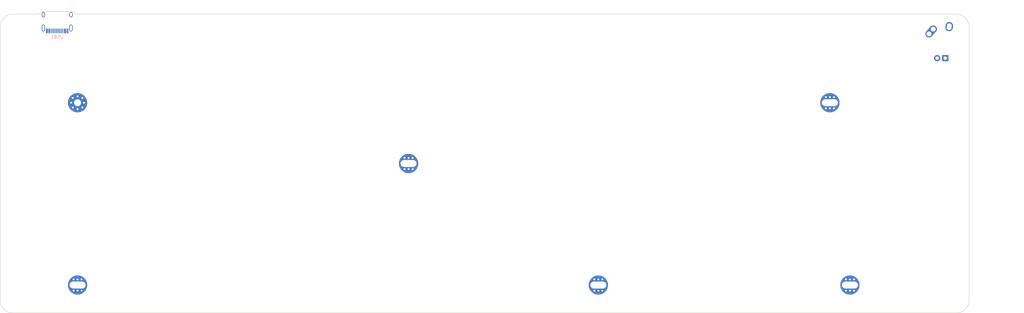
<source format=kicad_pcb>
(kicad_pcb (version 20171130) (host pcbnew "(5.1.4)-1")

  (general
    (thickness 1.6)
    (drawings 22)
    (tracks 0)
    (zones 0)
    (modules 8)
    (nets 13)
  )

  (page A3)
  (layers
    (0 F.Cu signal)
    (31 B.Cu signal)
    (32 B.Adhes user)
    (33 F.Adhes user)
    (34 B.Paste user)
    (35 F.Paste user)
    (36 B.SilkS user)
    (37 F.SilkS user)
    (38 B.Mask user)
    (39 F.Mask user)
    (40 Dwgs.User user)
    (41 Cmts.User user)
    (42 Eco1.User user)
    (43 Eco2.User user)
    (44 Edge.Cuts user)
    (45 Margin user)
    (46 B.CrtYd user)
    (47 F.CrtYd user)
    (48 B.Fab user)
    (49 F.Fab user)
  )

  (setup
    (last_trace_width 0.254)
    (trace_clearance 0.1524)
    (zone_clearance 0.3556)
    (zone_45_only no)
    (trace_min 0.2)
    (via_size 0.6)
    (via_drill 0.4)
    (via_min_size 0.4)
    (via_min_drill 0.3)
    (uvia_size 0.3)
    (uvia_drill 0.1)
    (uvias_allowed no)
    (uvia_min_size 0.2)
    (uvia_min_drill 0.1)
    (edge_width 0.15)
    (segment_width 0.15)
    (pcb_text_width 0.3)
    (pcb_text_size 1.5 1.5)
    (mod_edge_width 0.15)
    (mod_text_size 1 1)
    (mod_text_width 0.15)
    (pad_size 4.4 4.4)
    (pad_drill 2.2)
    (pad_to_mask_clearance 0.2)
    (aux_axis_origin 0 0)
    (visible_elements 7FFFFFFF)
    (pcbplotparams
      (layerselection 0x310fc_80000001)
      (usegerberextensions false)
      (usegerberattributes false)
      (usegerberadvancedattributes false)
      (creategerberjobfile false)
      (excludeedgelayer true)
      (linewidth 0.100000)
      (plotframeref false)
      (viasonmask false)
      (mode 1)
      (useauxorigin false)
      (hpglpennumber 1)
      (hpglpenspeed 20)
      (hpglpendiameter 15.000000)
      (psnegative false)
      (psa4output false)
      (plotreference true)
      (plotvalue true)
      (plotinvisibletext false)
      (padsonsilk false)
      (subtractmaskfromsilk false)
      (outputformat 3)
      (mirror false)
      (drillshape 0)
      (scaleselection 1)
      (outputdirectory "DXF"))
  )

  (net 0 "")
  (net 1 GND)
  (net 2 VCC)
  (net 3 D-)
  (net 4 D+)
  (net 5 "Net-(R6-Pad2)")
  (net 6 "Net-(R7-Pad1)")
  (net 7 "Net-(USB1-Pad3)")
  (net 8 LED-SW5)
  (net 9 "Net-(D42-Pad2)")
  (net 10 COL15)
  (net 11 LED-CS16)
  (net 12 "Net-(USB1-Pad9)")

  (net_class Default "This is the default net class."
    (clearance 0.1524)
    (trace_width 0.254)
    (via_dia 0.6)
    (via_drill 0.4)
    (uvia_dia 0.3)
    (uvia_drill 0.1)
    (add_net COL15)
    (add_net D+)
    (add_net D-)
    (add_net LED-CS16)
    (add_net LED-SW5)
    (add_net "Net-(D42-Pad2)")
    (add_net "Net-(R6-Pad2)")
    (add_net "Net-(R7-Pad1)")
    (add_net "Net-(USB1-Pad3)")
    (add_net "Net-(USB1-Pad9)")
  )

  (net_class Power ""
    (clearance 0.1524)
    (trace_width 0.381)
    (via_dia 0.6)
    (via_drill 0.4)
    (uvia_dia 0.3)
    (uvia_drill 0.1)
    (add_net GND)
    (add_net VCC)
  )

  (module MX_Alps_Hybrid:MX-1U (layer F.Cu) (tedit 5A9F3A9A) (tstamp 5ACD9C9C)
    (at 342.9 57.15)
    (path /5A6412FB/5ACDD648)
    (fp_text reference K_EX1 (at 0 3.175) (layer Dwgs.User)
      (effects (font (size 1 1) (thickness 0.15)))
    )
    (fp_text value MX-1U (at 0 -7.9375) (layer Dwgs.User)
      (effects (font (size 1 1) (thickness 0.15)))
    )
    (fp_line (start 5 -7) (end 7 -7) (layer Dwgs.User) (width 0.15))
    (fp_line (start 7 -7) (end 7 -5) (layer Dwgs.User) (width 0.15))
    (fp_line (start 5 7) (end 7 7) (layer Dwgs.User) (width 0.15))
    (fp_line (start 7 7) (end 7 5) (layer Dwgs.User) (width 0.15))
    (fp_line (start -7 5) (end -7 7) (layer Dwgs.User) (width 0.15))
    (fp_line (start -7 7) (end -5 7) (layer Dwgs.User) (width 0.15))
    (fp_line (start -5 -7) (end -7 -7) (layer Dwgs.User) (width 0.15))
    (fp_line (start -7 -7) (end -7 -5) (layer Dwgs.User) (width 0.15))
    (fp_line (start -9.525 -9.525) (end 9.525 -9.525) (layer Dwgs.User) (width 0.15))
    (fp_line (start 9.525 -9.525) (end 9.525 9.525) (layer Dwgs.User) (width 0.15))
    (fp_line (start 9.525 9.525) (end -9.525 9.525) (layer Dwgs.User) (width 0.15))
    (fp_line (start -9.525 9.525) (end -9.525 -9.525) (layer Dwgs.User) (width 0.15))
    (pad 2 thru_hole oval (at 2.5 -4.5 86.0548) (size 2.831378 2.25) (drill 1.47 (offset 0.290689 0)) (layers *.Cu B.Mask)
      (net 9 "Net-(D42-Pad2)"))
    (pad 2 thru_hole circle (at 2.54 -5.08) (size 2.25 2.25) (drill 1.47) (layers *.Cu B.Mask)
      (net 9 "Net-(D42-Pad2)"))
    (pad 1 thru_hole oval (at -3.81 -2.54 48.0996) (size 4.211556 2.25) (drill 1.47 (offset 0.980778 0)) (layers *.Cu B.Mask)
      (net 10 COL15))
    (pad "" np_thru_hole circle (at 0 0) (size 3.9878 3.9878) (drill 3.9878) (layers *.Cu *.Mask))
    (pad 1 thru_hole circle (at -2.5 -4) (size 2.25 2.25) (drill 1.47) (layers *.Cu B.Mask)
      (net 10 COL15))
    (pad 3 thru_hole circle (at -1.27 5.08) (size 1.905 1.905) (drill 1.04) (layers *.Cu B.Mask)
      (net 11 LED-CS16))
    (pad 4 thru_hole rect (at 1.27 5.08) (size 1.905 1.905) (drill 1.04) (layers *.Cu B.Mask)
      (net 8 LED-SW5))
    (pad "" np_thru_hole circle (at -5.08 0 48.0996) (size 1.75 1.75) (drill 1.75) (layers *.Cu *.Mask))
    (pad "" np_thru_hole circle (at 5.08 0 48.0996) (size 1.75 1.75) (drill 1.75) (layers *.Cu *.Mask))
  )

  (module locallib:mounting locked (layer F.Cu) (tedit 5AD6F78B) (tstamp 5AD6F7DD)
    (at 72.6225 133.34)
    (fp_text reference REF** (at 0 5) (layer Dwgs.User)
      (effects (font (size 1 1) (thickness 0.15)))
    )
    (fp_text value mounting (at 0 -5) (layer Dwgs.User)
      (effects (font (size 1 1) (thickness 0.15)))
    )
    (pad 1 thru_hole circle (at 0 0) (size 6 6) (drill oval 5 2.2) (layers *.Cu *.Mask))
    (pad 1 thru_hole circle (at 0 -1.75) (size 1 1) (drill 0.6) (layers *.Cu *.Mask))
    (pad 1 thru_hole circle (at 1.25 -1.75) (size 1 1) (drill 0.6) (layers *.Cu *.Mask))
    (pad 1 thru_hole circle (at -1.25 -1.75) (size 1 1) (drill 0.6) (layers *.Cu *.Mask))
    (pad 1 thru_hole circle (at 0 1.75) (size 1 1) (drill 0.6) (layers *.Cu *.Mask))
    (pad 1 thru_hole circle (at 1.25 1.75) (size 1 1) (drill 0.6) (layers *.Cu *.Mask))
    (pad 1 thru_hole circle (at -1.25 1.75) (size 1 1) (drill 0.6) (layers *.Cu *.Mask))
  )

  (module locallib:mounting-circular locked (layer F.Cu) (tedit 5AD6F75A) (tstamp 5AD6F5BE)
    (at 72.6225 76.2)
    (fp_text reference REF** (at 0 5) (layer Dwgs.User)
      (effects (font (size 1 1) (thickness 0.15)))
    )
    (fp_text value mounting-circular (at 0 -5) (layer Dwgs.User)
      (effects (font (size 1 1) (thickness 0.15)))
    )
    (pad 1 thru_hole circle (at 0 0) (size 6 6) (drill oval 2.2) (layers *.Cu *.Mask))
    (pad 1 thru_hole circle (at 0 -2) (size 1 1) (drill 0.6) (layers *.Cu *.Mask))
    (pad 1 thru_hole circle (at 1.5 -1.5) (size 1 1) (drill 0.6) (layers *.Cu *.Mask))
    (pad 1 thru_hole circle (at -1.5 -1.5) (size 1 1) (drill 0.6) (layers *.Cu *.Mask))
    (pad 1 thru_hole circle (at 0 2) (size 1 1) (drill 0.6) (layers *.Cu *.Mask))
    (pad 1 thru_hole circle (at 1.5 1.5) (size 1 1) (drill 0.6) (layers *.Cu *.Mask))
    (pad 1 thru_hole circle (at -1.5 1.5) (size 1 1) (drill 0.6) (layers *.Cu *.Mask))
    (pad 1 thru_hole circle (at 2 0) (size 1 1) (drill 0.6) (layers *.Cu *.Mask))
    (pad 1 thru_hole circle (at -2 0) (size 1 1) (drill 0.6) (layers *.Cu *.Mask))
  )

  (module locallib:mounting locked (layer F.Cu) (tedit 5AD6F78B) (tstamp 5ACEFFF7)
    (at 176.2125 95.25)
    (fp_text reference REF** (at 0 5) (layer Dwgs.User)
      (effects (font (size 1 1) (thickness 0.15)))
    )
    (fp_text value MountingHole_2.2mm_M2_Pad_Via (at 0 -5) (layer Dwgs.User)
      (effects (font (size 1 1) (thickness 0.15)))
    )
    (pad 1 thru_hole circle (at 0 0) (size 6 6) (drill oval 5 2.2) (layers *.Cu *.Mask))
    (pad 1 thru_hole circle (at 0 -1.75) (size 1 1) (drill 0.6) (layers *.Cu *.Mask))
    (pad 1 thru_hole circle (at 1.25 -1.75) (size 1 1) (drill 0.6) (layers *.Cu *.Mask))
    (pad 1 thru_hole circle (at -1.25 -1.75) (size 1 1) (drill 0.6) (layers *.Cu *.Mask))
    (pad 1 thru_hole circle (at 0 1.75) (size 1 1) (drill 0.6) (layers *.Cu *.Mask))
    (pad 1 thru_hole circle (at 1.25 1.75) (size 1 1) (drill 0.6) (layers *.Cu *.Mask))
    (pad 1 thru_hole circle (at -1.25 1.75) (size 1 1) (drill 0.6) (layers *.Cu *.Mask))
  )

  (module locallib:mounting locked (layer F.Cu) (tedit 5AD6F78B) (tstamp 5AD6EC6E)
    (at 235.6025 133.35)
    (fp_text reference REF** (at 0 5) (layer Dwgs.User)
      (effects (font (size 1 1) (thickness 0.15)))
    )
    (fp_text value MountingHole_2.2mm_M2_Pad_Via (at 0 -5) (layer Dwgs.User)
      (effects (font (size 1 1) (thickness 0.15)))
    )
    (pad 1 thru_hole circle (at 0 0) (size 6 6) (drill oval 5 2.2) (layers *.Cu *.Mask))
    (pad 1 thru_hole circle (at 0 -1.75) (size 1 1) (drill 0.6) (layers *.Cu *.Mask))
    (pad 1 thru_hole circle (at 1.25 -1.75) (size 1 1) (drill 0.6) (layers *.Cu *.Mask))
    (pad 1 thru_hole circle (at -1.25 -1.75) (size 1 1) (drill 0.6) (layers *.Cu *.Mask))
    (pad 1 thru_hole circle (at 0 1.75) (size 1 1) (drill 0.6) (layers *.Cu *.Mask))
    (pad 1 thru_hole circle (at 1.25 1.75) (size 1 1) (drill 0.6) (layers *.Cu *.Mask))
    (pad 1 thru_hole circle (at -1.25 1.75) (size 1 1) (drill 0.6) (layers *.Cu *.Mask))
  )

  (module locallib:mounting locked (layer F.Cu) (tedit 5AD6F78B) (tstamp 5AD6ED6B)
    (at 314.3425 133.35)
    (fp_text reference REF** (at 0 5) (layer Dwgs.User)
      (effects (font (size 1 1) (thickness 0.15)))
    )
    (fp_text value MountingHole_2.2mm_M2_Pad_Via (at 0 -5) (layer Dwgs.User)
      (effects (font (size 1 1) (thickness 0.15)))
    )
    (pad 1 thru_hole circle (at 0 0) (size 6 6) (drill oval 5 2.2) (layers *.Cu *.Mask))
    (pad 1 thru_hole circle (at 0 -1.75) (size 1 1) (drill 0.6) (layers *.Cu *.Mask))
    (pad 1 thru_hole circle (at 1.25 -1.75) (size 1 1) (drill 0.6) (layers *.Cu *.Mask))
    (pad 1 thru_hole circle (at -1.25 -1.75) (size 1 1) (drill 0.6) (layers *.Cu *.Mask))
    (pad 1 thru_hole circle (at 0 1.75) (size 1 1) (drill 0.6) (layers *.Cu *.Mask))
    (pad 1 thru_hole circle (at 1.25 1.75) (size 1 1) (drill 0.6) (layers *.Cu *.Mask))
    (pad 1 thru_hole circle (at -1.25 1.75) (size 1 1) (drill 0.6) (layers *.Cu *.Mask))
  )

  (module locallib:mounting locked (layer F.Cu) (tedit 5AD6F78B) (tstamp 5ACEFFA7)
    (at 308.0725 76.2)
    (fp_text reference REF** (at 0 5) (layer Dwgs.User)
      (effects (font (size 1 1) (thickness 0.15)))
    )
    (fp_text value MountingHole_2.2mm_M2_Pad_Via (at 0 -5) (layer Dwgs.User)
      (effects (font (size 1 1) (thickness 0.15)))
    )
    (pad 1 thru_hole circle (at 0 0) (size 6 6) (drill oval 5 2.2) (layers *.Cu *.Mask))
    (pad 1 thru_hole circle (at 0 -1.75) (size 1 1) (drill 0.6) (layers *.Cu *.Mask))
    (pad 1 thru_hole circle (at 1.25 -1.75) (size 1 1) (drill 0.6) (layers *.Cu *.Mask))
    (pad 1 thru_hole circle (at -1.25 -1.75) (size 1 1) (drill 0.6) (layers *.Cu *.Mask))
    (pad 1 thru_hole circle (at 0 1.75) (size 1 1) (drill 0.6) (layers *.Cu *.Mask))
    (pad 1 thru_hole circle (at 1.25 1.75) (size 1 1) (drill 0.6) (layers *.Cu *.Mask))
    (pad 1 thru_hole circle (at -1.25 1.75) (size 1 1) (drill 0.6) (layers *.Cu *.Mask))
  )

  (module Type-C:HRO-TYPE-C-31-M-12 (layer B.Cu) (tedit 5ACED9B4) (tstamp 5AD93136)
    (at 66.2376 46)
    (path /5AD92420)
    (fp_text reference USB1 (at 0 9.626) (layer B.SilkS)
      (effects (font (size 1 1) (thickness 0.15)) (justify mirror))
    )
    (fp_text value HRO-TYPE-C-31-M-12 (at 0 -1.15) (layer Dwgs.User)
      (effects (font (size 1 1) (thickness 0.15)))
    )
    (fp_line (start -4.47 7.3) (end 4.47 7.3) (layer Dwgs.User) (width 0.15))
    (fp_line (start 4.47 0) (end 4.47 7.3) (layer Dwgs.User) (width 0.15))
    (fp_line (start -4.47 0) (end -4.47 7.3) (layer Dwgs.User) (width 0.15))
    (fp_line (start -4.47 0) (end 4.47 0) (layer Dwgs.User) (width 0.15))
    (pad 13 thru_hole oval (at 4.32 2.6) (size 1 1.6) (drill oval 0.6 1.2) (layers *.Cu F.Mask)
      (net 1 GND))
    (pad 13 thru_hole oval (at -4.32 2.6) (size 1 1.6) (drill oval 0.6 1.2) (layers *.Cu F.Mask)
      (net 1 GND))
    (pad 13 thru_hole oval (at 4.32 6.78) (size 1 2.1) (drill oval 0.6 1.7) (layers *.Cu F.Mask)
      (net 1 GND))
    (pad 13 thru_hole oval (at -4.32 6.78) (size 1 2.1) (drill oval 0.6 1.7) (layers *.Cu F.Mask)
      (net 1 GND))
    (pad "" np_thru_hole circle (at -2.89 6.25) (size 0.65 0.65) (drill 0.65) (layers *.Cu *.Mask))
    (pad "" np_thru_hole circle (at 2.89 6.25) (size 0.65 0.65) (drill 0.65) (layers *.Cu *.Mask))
    (pad 6 smd rect (at -0.25 7.695) (size 0.3 1.45) (layers B.Cu B.Paste B.Mask)
      (net 4 D+))
    (pad 7 smd rect (at 0.25 7.695) (size 0.3 1.45) (layers B.Cu B.Paste B.Mask)
      (net 3 D-))
    (pad 8 smd rect (at 0.75 7.695) (size 0.3 1.45) (layers B.Cu B.Paste B.Mask)
      (net 4 D+))
    (pad 5 smd rect (at -0.75 7.695) (size 0.3 1.45) (layers B.Cu B.Paste B.Mask)
      (net 3 D-))
    (pad 9 smd rect (at 1.25 7.695) (size 0.3 1.45) (layers B.Cu B.Paste B.Mask)
      (net 12 "Net-(USB1-Pad9)"))
    (pad 4 smd rect (at -1.25 7.695) (size 0.3 1.45) (layers B.Cu B.Paste B.Mask)
      (net 5 "Net-(R6-Pad2)"))
    (pad 10 smd rect (at 1.75 7.695) (size 0.3 1.45) (layers B.Cu B.Paste B.Mask)
      (net 6 "Net-(R7-Pad1)"))
    (pad 3 smd rect (at -1.75 7.695) (size 0.3 1.45) (layers B.Cu B.Paste B.Mask)
      (net 7 "Net-(USB1-Pad3)"))
    (pad 2 smd rect (at -2.45 7.695) (size 0.6 1.45) (layers B.Cu B.Paste B.Mask)
      (net 2 VCC))
    (pad 11 smd rect (at 2.45 7.695) (size 0.6 1.45) (layers B.Cu B.Paste B.Mask)
      (net 2 VCC))
    (pad 1 smd rect (at -3.225 7.695) (size 0.6 1.45) (layers B.Cu B.Paste B.Mask)
      (net 1 GND))
    (pad 12 smd rect (at 3.225 7.695) (size 0.6 1.45) (layers B.Cu B.Paste B.Mask)
      (net 1 GND))
  )

  (gr_text "CENTER OF TOP RIGHT SWITCH" (at 357.1875 57.15) (layer Cmts.User)
    (effects (font (size 1 1) (thickness 0.15)))
  )
  (gr_line (start 342.9 57.15) (end 341.3125 58.7375) (layer Cmts.User) (width 0.15))
  (gr_line (start 342.9 57.15) (end 344.4875 58.7375) (layer Cmts.User) (width 0.15))
  (gr_line (start 342.9 57.15) (end 344.4875 55.5625) (layer Cmts.User) (width 0.15))
  (gr_line (start 342.9 57.15) (end 341.3125 55.5625) (layer Cmts.User) (width 0.15))
  (gr_line (start 61.9125 53.18125) (end 61.9125 46.0375) (layer Cmts.User) (width 0.15))
  (gr_line (start 70.64375 53.18125) (end 61.9125 53.18125) (layer Cmts.User) (width 0.15))
  (gr_line (start 70.64375 46.0375) (end 70.64375 53.18125) (layer Cmts.User) (width 0.15))
  (gr_text "USB FRONT WALL" (at 78.58125 46.0375) (layer Cmts.User)
    (effects (font (size 1 1) (thickness 0.15)))
  )
  (gr_line (start 60.96 45.9994) (end 71.628 45.9994) (layer Cmts.User) (width 0.15))
  (gr_line (start 61.11875 47.625) (end 71.4375 47.625) (layer Edge.Cuts) (width 0.15))
  (gr_arc (start 60.325 47.625) (end 61.11875 47.625) (angle 90) (layer Edge.Cuts) (width 0.15))
  (gr_arc (start 72.23125 47.625) (end 72.23125 48.41875) (angle 90) (layer Edge.Cuts) (width 0.15))
  (gr_line (start 60.325 48.41875) (end 52.3875 48.41875) (layer Edge.Cuts) (width 0.15))
  (gr_line (start 347.6625 48.41875) (end 72.23125 48.41875) (layer Edge.Cuts) (width 0.15))
  (gr_line (start 347.6625 142.08125) (end 52.3875 142.08125) (layer Edge.Cuts) (width 0.15))
  (gr_line (start 351.63125 52.3875) (end 351.63125 138.1125) (layer Edge.Cuts) (width 0.15))
  (gr_line (start 48.41875 138.1125) (end 48.41875 52.3875) (layer Edge.Cuts) (width 0.15))
  (gr_arc (start 52.3875 138.1125) (end 52.3875 142.08125) (angle 90) (layer Edge.Cuts) (width 0.15))
  (gr_arc (start 347.6625 138.1125) (end 351.63125 138.1125) (angle 90) (layer Edge.Cuts) (width 0.15))
  (gr_arc (start 347.6625 52.3875) (end 347.6625 48.41875) (angle 90) (layer Edge.Cuts) (width 0.15))
  (gr_arc (start 52.3875 52.3875) (end 48.41875 52.3875) (angle 90) (layer Edge.Cuts) (width 0.15))

)

</source>
